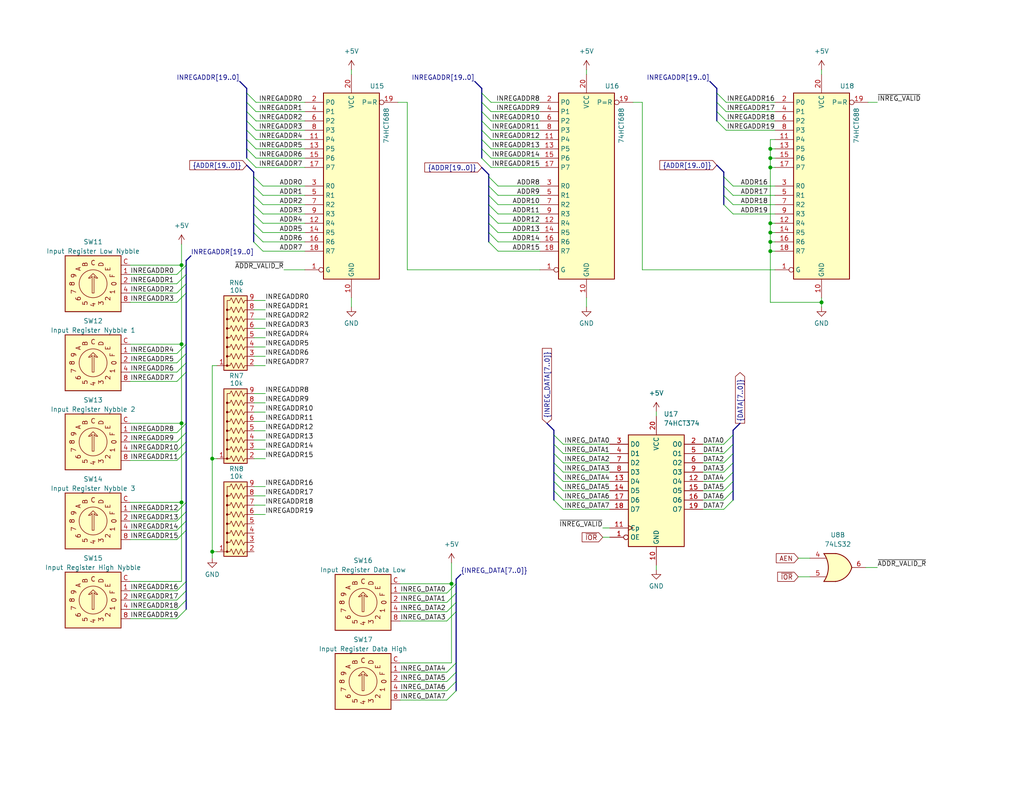
<source format=kicad_sch>
(kicad_sch (version 20211123) (generator eeschema)
  (paper "USLetter")
  (title_block (title "Input Register") (date "2022-04-21") (rev "001"))
  (lib_symbols
    (symbol "74xx:74HCT374"
      (property "Reference" "U" (at -7.62 16.51 0))
      (property "Value" "74HCT374" (at -7.62 -16.51 0))
      (symbol "74HCT374_1_0"
        (pin input inverted (at -12.7 -12.7 0) (length 5.08) (name "OE") (number "1"))
        (pin power_in line (at 0 -20.32 90) (length 5.08) (name "GND") (number "10"))
        (pin input clock (at -12.7 -10.16 0) (length 5.08) (name "Cp") (number "11"))
        (pin tri_state line (at 12.7 2.54 180) (length 5.08) (name "O4") (number "12"))
        (pin input line (at -12.7 2.54 0) (length 5.08) (name "D4") (number "13"))
        (pin input line (at -12.7 0 0) (length 5.08) (name "D5") (number "14"))
        (pin tri_state line (at 12.7 0 180) (length 5.08) (name "O5") (number "15"))
        (pin tri_state line (at 12.7 -2.54 180) (length 5.08) (name "O6") (number "16"))
        (pin input line (at -12.7 -2.54 0) (length 5.08) (name "D6") (number "17"))
        (pin input line (at -12.7 -5.08 0) (length 5.08) (name "D7") (number "18"))
        (pin tri_state line (at 12.7 -5.08 180) (length 5.08) (name "O7") (number "19"))
        (pin tri_state line (at 12.7 12.7 180) (length 5.08) (name "O0") (number "2"))
        (pin power_in line (at 0 20.32 270) (length 5.08) (name "VCC") (number "20"))
        (pin input line (at -12.7 12.7 0) (length 5.08) (name "D0") (number "3"))
        (pin input line (at -12.7 10.16 0) (length 5.08) (name "D1") (number "4"))
        (pin tri_state line (at 12.7 10.16 180) (length 5.08) (name "O1") (number "5"))
        (pin tri_state line (at 12.7 7.62 180) (length 5.08) (name "O2") (number "6"))
        (pin input line (at -12.7 7.62 0) (length 5.08) (name "D2") (number "7"))
        (pin input line (at -12.7 5.08 0) (length 5.08) (name "D3") (number "8"))
        (pin tri_state line (at 12.7 5.08 180) (length 5.08) (name "O3") (number "9"))
      )
      (symbol "74HCT374_1_1"
        (rectangle (start -7.62 15.24) (end 7.62 -15.24) (stroke (width 0.254)) (fill (type background)))
      )
    )
    (symbol "74xx:74HCT688"
      (property "Reference" "U" (at -7.62 26.67 0))
      (property "Value" "74HCT688" (at -7.62 -26.67 0))
      (symbol "74HCT688_1_0"
        (pin input inverted (at -12.7 -22.86 0) (length 5.08) (name "G") (number "1"))
        (pin power_in line (at 0 -30.48 90) (length 5.08) (name "GND") (number "10"))
        (pin input line (at -12.7 12.7 0) (length 5.08) (name "P4") (number "11"))
        (pin input line (at -12.7 -10.16 0) (length 5.08) (name "R4") (number "12"))
        (pin input line (at -12.7 10.16 0) (length 5.08) (name "P5") (number "13"))
        (pin input line (at -12.7 -12.7 0) (length 5.08) (name "R5") (number "14"))
        (pin input line (at -12.7 7.62 0) (length 5.08) (name "P6") (number "15"))
        (pin input line (at -12.7 -15.24 0) (length 5.08) (name "R6") (number "16"))
        (pin input line (at -12.7 5.08 0) (length 5.08) (name "P7") (number "17"))
        (pin input line (at -12.7 -17.78 0) (length 5.08) (name "R7") (number "18"))
        (pin output inverted (at 12.7 22.86 180) (length 5.08) (name "P=R") (number "19"))
        (pin input line (at -12.7 22.86 0) (length 5.08) (name "P0") (number "2"))
        (pin power_in line (at 0 30.48 270) (length 5.08) (name "VCC") (number "20"))
        (pin input line (at -12.7 0 0) (length 5.08) (name "R0") (number "3"))
        (pin input line (at -12.7 20.32 0) (length 5.08) (name "P1") (number "4"))
        (pin input line (at -12.7 -2.54 0) (length 5.08) (name "R1") (number "5"))
        (pin input line (at -12.7 17.78 0) (length 5.08) (name "P2") (number "6"))
        (pin input line (at -12.7 -5.08 0) (length 5.08) (name "R2") (number "7"))
        (pin input line (at -12.7 15.24 0) (length 5.08) (name "P3") (number "8"))
        (pin input line (at -12.7 -7.62 0) (length 5.08) (name "R3") (number "9"))
      )
      (symbol "74HCT688_1_1"
        (rectangle (start -7.62 25.4) (end 7.62 -25.4) (stroke (width 0.254)) (fill (type background)))
      )
    )
    (symbol "74xx:74LS32" (pin_names (offset 1.016))
      (property "Reference" "U" (at 0 1.27 0))
      (property "Value" "74LS32" (at 0 -1.27 0))
      (symbol "74LS32_1_1"
        (arc (start -3.81 -3.81) (mid -2.589 0) (end -3.81 3.81) (stroke (width 0.254)))
        (arc (start -0.6096 -3.81) (mid 2.1855 -2.584) (end 3.81 0) (stroke (width 0.254)) (fill (type background)))
        (polyline (pts (xy -3.81 -3.81) (xy -0.635 -3.81)) (stroke (width 0.254)) (fill (type background)))
        (polyline (pts (xy -3.81 3.81) (xy -0.635 3.81)) (stroke (width 0.254)) (fill (type background)))
        (polyline (pts (xy -0.635 3.81) (xy -3.81 3.81) (xy -3.81 3.81) (xy -3.556 3.4036) (xy -3.0226 2.2606) (xy -2.6924 1.0414) (xy -2.6162 -0.254) (xy -2.7686 -1.4986) (xy -3.175 -2.7178) (xy -3.81 -3.81) (xy -3.81 -3.81) (xy -0.635 -3.81)) (stroke (width -25.4)) (fill (type background)))
        (arc (start 3.81 0) (mid 2.1928 2.5925) (end -0.6096 3.81) (stroke (width 0.254)) (fill (type background)))
        (pin input line (at -7.62 2.54 0) (length 4.318) (name "~") (number "1"))
        (pin input line (at -7.62 -2.54 0) (length 4.318) (name "~") (number "2"))
        (pin output line (at 7.62 0 180) (length 3.81) (name "~") (number "3"))
      )
      (symbol "74LS32_1_2"
        (arc (start 0 -3.81) (mid 3.81 0) (end 0 3.81) (stroke (width 0.254)) (fill (type background)))
        (polyline (pts (xy 0 3.81) (xy -3.81 3.81) (xy -3.81 -3.81) (xy 0 -3.81)) (stroke (width 0.254)) (fill (type background)))
        (pin input inverted (at -7.62 2.54 0) (length 3.81) (name "~") (number "1"))
        (pin input inverted (at -7.62 -2.54 0) (length 3.81) (name "~") (number "2"))
        (pin output inverted (at 7.62 0 180) (length 3.81) (name "~") (number "3"))
      )
      (symbol "74LS32_2_1"
        (arc (start -3.81 -3.81) (mid -2.589 0) (end -3.81 3.81) (stroke (width 0.254)))
        (arc (start -0.6096 -3.81) (mid 2.1855 -2.584) (end 3.81 0) (stroke (width 0.254)) (fill (type background)))
        (polyline (pts (xy -3.81 -3.81) (xy -0.635 -3.81)) (stroke (width 0.254)) (fill (type background)))
        (polyline (pts (xy -3.81 3.81) (xy -0.635 3.81)) (stroke (width 0.254)) (fill (type background)))
        (polyline (pts (xy -0.635 3.81) (xy -3.81 3.81) (xy -3.81 3.81) (xy -3.556 3.4036) (xy -3.0226 2.2606) (xy -2.6924 1.0414) (xy -2.6162 -0.254) (xy -2.7686 -1.4986) (xy -3.175 -2.7178) (xy -3.81 -3.81) (xy -3.81 -3.81) (xy -0.635 -3.81)) (stroke (width -25.4)) (fill (type background)))
        (arc (start 3.81 0) (mid 2.1928 2.5925) (end -0.6096 3.81) (stroke (width 0.254)) (fill (type background)))
        (pin input line (at -7.62 2.54 0) (length 4.318) (name "~") (number "4"))
        (pin input line (at -7.62 -2.54 0) (length 4.318) (name "~") (number "5"))
        (pin output line (at 7.62 0 180) (length 3.81) (name "~") (number "6"))
      )
      (symbol "74LS32_2_2"
        (arc (start 0 -3.81) (mid 3.81 0) (end 0 3.81) (stroke (width 0.254)) (fill (type background)))
        (polyline (pts (xy 0 3.81) (xy -3.81 3.81) (xy -3.81 -3.81) (xy 0 -3.81)) (stroke (width 0.254)) (fill (type background)))
        (pin input inverted (at -7.62 2.54 0) (length 3.81) (name "~") (number "4"))
        (pin input inverted (at -7.62 -2.54 0) (length 3.81) (name "~") (number "5"))
        (pin output inverted (at 7.62 0 180) (length 3.81) (name "~") (number "6"))
      )
      (symbol "74LS32_3_1"
        (arc (start -3.81 -3.81) (mid -2.589 0) (end -3.81 3.81) (stroke (width 0.254)))
        (arc (start -0.6096 -3.81) (mid 2.1855 -2.584) (end 3.81 0) (stroke (width 0.254)) (fill (type background)))
        (polyline (pts (xy -3.81 -3.81) (xy -0.635 -3.81)) (stroke (width 0.254)) (fill (type background)))
        (polyline (pts (xy -3.81 3.81) (xy -0.635 3.81)) (stroke (width 0.254)) (fill (type background)))
        (polyline (pts (xy -0.635 3.81) (xy -3.81 3.81) (xy -3.81 3.81) (xy -3.556 3.4036) (xy -3.0226 2.2606) (xy -2.6924 1.0414) (xy -2.6162 -0.254) (xy -2.7686 -1.4986) (xy -3.175 -2.7178) (xy -3.81 -3.81) (xy -3.81 -3.81) (xy -0.635 -3.81)) (stroke (width -25.4)) (fill (type background)))
        (arc (start 3.81 0) (mid 2.1928 2.5925) (end -0.6096 3.81) (stroke (width 0.254)) (fill (type background)))
        (pin input line (at -7.62 -2.54 0) (length 4.318) (name "~") (number "10"))
        (pin output line (at 7.62 0 180) (length 3.81) (name "~") (number "8"))
        (pin input line (at -7.62 2.54 0) (length 4.318) (name "~") (number "9"))
      )
      (symbol "74LS32_3_2"
        (arc (start 0 -3.81) (mid 3.81 0) (end 0 3.81) (stroke (width 0.254)) (fill (type background)))
        (polyline (pts (xy 0 3.81) (xy -3.81 3.81) (xy -3.81 -3.81) (xy 0 -3.81)) (stroke (width 0.254)) (fill (type background)))
        (pin input inverted (at -7.62 -2.54 0) (length 3.81) (name "~") (number "10"))
        (pin output inverted (at 7.62 0 180) (length 3.81) (name "~") (number "8"))
        (pin input inverted (at -7.62 2.54 0) (length 3.81) (name "~") (number "9"))
      )
      (symbol "74LS32_4_1"
        (arc (start -3.81 -3.81) (mid -2.589 0) (end -3.81 3.81) (stroke (width 0.254)))
        (arc (start -0.6096 -3.81) (mid 2.1855 -2.584) (end 3.81 0) (stroke (width 0.254)) (fill (type background)))
        (polyline (pts (xy -3.81 -3.81) (xy -0.635 -3.81)) (stroke (width 0.254)) (fill (type background)))
        (polyline (pts (xy -3.81 3.81) (xy -0.635 3.81)) (stroke (width 0.254)) (fill (type background)))
        (polyline (pts (xy -0.635 3.81) (xy -3.81 3.81) (xy -3.81 3.81) (xy -3.556 3.4036) (xy -3.0226 2.2606) (xy -2.6924 1.0414) (xy -2.6162 -0.254) (xy -2.7686 -1.4986) (xy -3.175 -2.7178) (xy -3.81 -3.81) (xy -3.81 -3.81) (xy -0.635 -3.81)) (stroke (width -25.4)) (fill (type background)))
        (arc (start 3.81 0) (mid 2.1928 2.5925) (end -0.6096 3.81) (stroke (width 0.254)) (fill (type background)))
        (pin output line (at 7.62 0 180) (length 3.81) (name "~") (number "11"))
        (pin input line (at -7.62 2.54 0) (length 4.318) (name "~") (number "12"))
        (pin input line (at -7.62 -2.54 0) (length 4.318) (name "~") (number "13"))
      )
      (symbol "74LS32_4_2"
        (arc (start 0 -3.81) (mid 3.81 0) (end 0 3.81) (stroke (width 0.254)) (fill (type background)))
        (polyline (pts (xy 0 3.81) (xy -3.81 3.81) (xy -3.81 -3.81) (xy 0 -3.81)) (stroke (width 0.254)) (fill (type background)))
        (pin output inverted (at 7.62 0 180) (length 3.81) (name "~") (number "11"))
        (pin input inverted (at -7.62 2.54 0) (length 3.81) (name "~") (number "12"))
        (pin input inverted (at -7.62 -2.54 0) (length 3.81) (name "~") (number "13"))
      )
      (symbol "74LS32_5_0"
        (pin power_in line (at 0 12.7 270) (length 5.08) (name "VCC") (number "14"))
        (pin power_in line (at 0 -12.7 90) (length 5.08) (name "GND") (number "7"))
      )
      (symbol "74LS32_5_1"
        (rectangle (start -5.08 7.62) (end 5.08 -7.62) (stroke (width 0.254)) (fill (type background)))
      )
    )
    (symbol "Device:R_Network08_US" (pin_names (offset 0) hide)
      (property "Reference" "RN" (at -12.7 0 90))
      (property "Value" "R_Network08_US" (at 10.16 0 90))
      (symbol "R_Network08_US_0_1"
        (rectangle (start -11.43 -3.175) (end 8.89 3.175) (stroke (width 0.254)) (fill (type background)))
        (circle (center -10.16 2.286) (radius 0.254) (fill (type outline)))
        (circle (center -7.62 2.286) (radius 0.254) (fill (type outline)))
        (circle (center -5.08 2.286) (radius 0.254) (fill (type outline)))
        (circle (center -2.54 2.286) (radius 0.254) (fill (type outline)))
        (polyline (pts (xy -10.16 2.286) (xy 7.62 2.286)))
        (polyline (pts (xy -10.16 2.286) (xy -10.16 1.524) (xy -9.398 1.1684) (xy -10.922 0.508) (xy -9.398 -0.1524) (xy -10.922 -0.8382) (xy -9.398 -1.524) (xy -10.922 -2.1844) (xy -10.16 -2.54) (xy -10.16 -3.81)))
        (polyline (pts (xy -7.62 2.286) (xy -7.62 1.524) (xy -6.858 1.1684) (xy -8.382 0.508) (xy -6.858 -0.1524) (xy -8.382 -0.8382) (xy -6.858 -1.524) (xy -8.382 -2.1844) (xy -7.62 -2.54) (xy -7.62 -3.81)))
        (polyline (pts (xy -5.08 2.286) (xy -5.08 1.524) (xy -4.318 1.1684) (xy -5.842 0.508) (xy -4.318 -0.1524) (xy -5.842 -0.8382) (xy -4.318 -1.524) (xy -5.842 -2.1844) (xy -5.08 -2.54) (xy -5.08 -3.81)))
        (polyline (pts (xy -2.54 2.286) (xy -2.54 1.524) (xy -1.778 1.1684) (xy -3.302 0.508) (xy -1.778 -0.1524) (xy -3.302 -0.8382) (xy -1.778 -1.524) (xy -3.302 -2.1844) (xy -2.54 -2.54) (xy -2.54 -3.81)))
        (polyline (pts (xy 0 2.286) (xy 0 1.524) (xy 0.762 1.1684) (xy -0.762 0.508) (xy 0.762 -0.1524) (xy -0.762 -0.8382) (xy 0.762 -1.524) (xy -0.762 -2.1844) (xy 0 -2.54) (xy 0 -3.81)))
        (polyline (pts (xy 2.54 2.286) (xy 2.54 1.524) (xy 3.302 1.1684) (xy 1.778 0.508) (xy 3.302 -0.1524) (xy 1.778 -0.8382) (xy 3.302 -1.524) (xy 1.778 -2.1844) (xy 2.54 -2.54) (xy 2.54 -3.81)))
        (polyline (pts (xy 5.08 2.286) (xy 5.08 1.524) (xy 5.842 1.1684) (xy 4.318 0.508) (xy 5.842 -0.1524) (xy 4.318 -0.8382) (xy 5.842 -1.524) (xy 4.318 -2.1844) (xy 5.08 -2.54) (xy 5.08 -3.81)))
        (polyline (pts (xy 7.62 2.286) (xy 7.62 1.524) (xy 8.382 1.1684) (xy 6.858 0.508) (xy 8.382 -0.1524) (xy 6.858 -0.8382) (xy 8.382 -1.524) (xy 6.858 -2.1844) (xy 7.62 -2.54) (xy 7.62 -3.81)))
        (circle (center 0 2.286) (radius 0.254) (fill (type outline)))
        (circle (center 2.54 2.286) (radius 0.254) (fill (type outline)))
        (circle (center 5.08 2.286) (radius 0.254) (fill (type outline)))
      )
      (symbol "R_Network08_US_1_1"
        (pin passive line (at -10.16 5.08 270) (length 2.54) (name "common") (number "1"))
        (pin passive line (at -10.16 -5.08 90) (length 1.27) (name "R1") (number "2"))
        (pin passive line (at -7.62 -5.08 90) (length 1.27) (name "R2") (number "3"))
        (pin passive line (at -5.08 -5.08 90) (length 1.27) (name "R3") (number "4"))
        (pin passive line (at -2.54 -5.08 90) (length 1.27) (name "R4") (number "5"))
        (pin passive line (at 0 -5.08 90) (length 1.27) (name "R5") (number "6"))
        (pin passive line (at 2.54 -5.08 90) (length 1.27) (name "R6") (number "7"))
        (pin passive line (at 5.08 -5.08 90) (length 1.27) (name "R7") (number "8"))
        (pin passive line (at 7.62 -5.08 90) (length 1.27) (name "R8") (number "9"))
      )
    )
    (symbol "Switch:SW_Coded_SH-7050" (pin_names hide)
      (property "Reference" "SW" (at -7.62 8.89 0))
      (property "Value" "SW_Coded_SH-7050" (at -7.62 -8.89 0))
      (symbol "SW_Coded_SH-7050_0_0"
        (text "0" (at 5.715 0 2700) (effects (font (size 1.27 1.27))))
        (text "1" (at 5.2832 -2.1844 2475) (effects (font (size 1.27 1.27))))
        (text "2" (at 4.0386 -4.0386 2250) (effects (font (size 1.27 1.27))))
        (text "3" (at 2.1844 -5.2832 2025) (effects (font (size 1.27 1.27))))
        (text "4" (at 0 -5.715 1800) (effects (font (size 1.27 1.27))))
        (text "5" (at -2.1844 -5.2832 1575) (effects (font (size 1.27 1.27))))
        (text "6" (at -4.0386 -4.0386 1350) (effects (font (size 1.27 1.27))))
        (text "7" (at -5.2832 -2.1844 1125) (effects (font (size 1.27 1.27))))
        (text "8" (at -5.715 0 900) (effects (font (size 1.27 1.27))))
        (text "9" (at -5.2832 2.1844 675) (effects (font (size 1.27 1.27))))
        (text "A" (at -4.0386 4.0386 450) (effects (font (size 1.27 1.27))))
        (text "B" (at -2.1844 5.2832 225) (effects (font (size 1.27 1.27))))
        (text "C" (at 0 5.715 0) (effects (font (size 1.27 1.27))))
        (text "D" (at 2.1844 5.2832 3375) (effects (font (size 1.27 1.27))))
        (text "E" (at 4.0386 4.0386 3150) (effects (font (size 1.27 1.27))))
        (text "F" (at 5.2832 2.1844 2925) (effects (font (size 1.27 1.27))))
      )
      (symbol "SW_Coded_SH-7050_0_1"
        (polyline (pts (xy -0.254 -2.54) (xy -0.254 2.032) (xy -0.762 1.524) (xy -1.27 1.524) (xy 0 2.794) (xy 1.27 1.524) (xy 0.762 1.524) (xy 0.254 2.032) (xy 0.254 -2.54) (xy -0.254 -2.54) (xy -0.254 -2.54)))
        (circle (center 0 0) (radius 3.81))
        (rectangle (start 7.62 7.62) (end -7.62 -7.62) (stroke (width 0.254)) (fill (type background)))
      )
      (symbol "SW_Coded_SH-7050_1_1"
        (pin passive line (at 10.16 2.54 180) (length 2.54) (name "1") (number "1"))
        (pin passive line (at 10.16 0 180) (length 2.54) (name "2") (number "2"))
        (pin passive line (at 10.16 -2.54 180) (length 2.54) (name "4") (number "4"))
        (pin passive line (at 10.16 -5.08 180) (length 2.54) (name "8") (number "8"))
        (pin passive line (at 10.16 5.08 180) (length 2.54) (name "C") (number "C"))
      )
    )
    (symbol "power:+5V" (power) (pin_names (offset 0))
      (property "Value" "+5V" (at 0 3.556 0))
      (symbol "+5V_0_1"
        (polyline (pts (xy -0.762 1.27) (xy 0 2.54)))
        (polyline (pts (xy 0 0) (xy 0 2.54)))
        (polyline (pts (xy 0 2.54) (xy 0.762 1.27)))
      )
      (symbol "+5V_1_1"
        (pin power_in line (at 0 0 90) (length 0) hide (name "+5V") (number "1"))
      )
    )
    (symbol "power:GND" (power) (pin_names (offset 0))
      (property "Value" "GND" (at 0 -3.81 0))
      (symbol "GND_0_1"
        (polyline (pts (xy 0 0) (xy 0 -1.27) (xy 1.27 -1.27) (xy 0 -2.54) (xy -1.27 -1.27) (xy 0 -1.27)))
      )
      (symbol "GND_1_1"
        (pin power_in line (at 0 0 270) (length 0) hide (name "GND") (number "1"))
      )
    )
  )
  (junction (at 123.19 159.385))
  (junction (at 49.53 115.57))
  (junction (at 49.53 137.16))
  (junction (at 210.185 43.18))
  (junction (at 210.185 68.58))
  (junction (at 49.53 72.39))
  (junction (at 224.155 82.55))
  (junction (at 57.912 150.622))
  (junction (at 210.185 40.64))
  (junction (at 210.185 63.5))
  (junction (at 210.185 45.72))
  (junction (at 57.912 125.222))
  (junction (at 49.53 93.98))
  (junction (at 210.185 66.04))
  (junction (at 210.185 60.96))
  (bus_entry (at 133.35 63.5) (size 2.54 2.54))
  (bus_entry (at 197.485 48.26) (size 2.54 2.54))
  (bus_entry (at 197.485 53.34) (size 2.54 2.54))
  (bus_entry (at 48.26 74.93) (size 2.54 -2.54))
  (bus_entry (at 67.31 30.48) (size 2.54 2.54))
  (bus_entry (at 151.13 123.825) (size 2.54 2.54))
  (bus_entry (at 197.485 55.88) (size 2.54 2.54))
  (bus_entry (at 69.215 63.5) (size 2.54 2.54))
  (bus_entry (at 121.92 188.595) (size 2.54 -2.54))
  (bus_entry (at 48.26 144.78) (size 2.54 -2.54))
  (bus_entry (at 197.485 50.8) (size 2.54 2.54))
  (bus_entry (at 69.215 48.26) (size 2.54 2.54))
  (bus_entry (at 121.92 191.135) (size 2.54 -2.54))
  (bus_entry (at 151.13 126.365) (size 2.54 2.54))
  (bus_entry (at 48.26 161.29) (size 2.54 -2.54))
  (bus_entry (at 48.26 80.01) (size 2.54 -2.54))
  (bus_entry (at 48.26 104.14) (size 2.54 -2.54))
  (bus_entry (at 151.13 121.285) (size 2.54 2.54))
  (bus_entry (at 48.26 163.83) (size 2.54 -2.54))
  (bus_entry (at 133.35 48.26) (size 2.54 2.54))
  (bus_entry (at 151.13 131.445) (size 2.54 2.54))
  (bus_entry (at 48.26 125.73) (size 2.54 -2.54))
  (bus_entry (at 131.445 40.64) (size 2.54 2.54))
  (bus_entry (at 67.31 38.1) (size 2.54 2.54))
  (bus_entry (at 133.35 55.88) (size 2.54 2.54))
  (bus_entry (at 69.215 53.34) (size 2.54 2.54))
  (bus_entry (at 151.13 136.525) (size 2.54 2.54))
  (bus_entry (at 48.26 166.37) (size 2.54 -2.54))
  (bus_entry (at 133.35 53.34) (size 2.54 2.54))
  (bus_entry (at 48.26 96.52) (size 2.54 -2.54))
  (bus_entry (at 48.26 101.6) (size 2.54 -2.54))
  (bus_entry (at 200.025 133.985) (size -2.54 2.54))
  (bus_entry (at 151.13 118.745) (size 2.54 2.54))
  (bus_entry (at 151.13 133.985) (size 2.54 2.54))
  (bus_entry (at 131.445 43.18) (size 2.54 2.54))
  (bus_entry (at 200.025 131.445) (size -2.54 2.54))
  (bus_entry (at 131.445 35.56) (size 2.54 2.54))
  (bus_entry (at 200.025 128.905) (size -2.54 2.54))
  (bus_entry (at 48.26 82.55) (size 2.54 -2.54))
  (bus_entry (at 121.92 186.055) (size 2.54 -2.54))
  (bus_entry (at 121.92 169.545) (size 2.54 -2.54))
  (bus_entry (at 48.26 147.32) (size 2.54 -2.54))
  (bus_entry (at 69.215 60.96) (size 2.54 2.54))
  (bus_entry (at 121.92 167.005) (size 2.54 -2.54))
  (bus_entry (at 151.13 128.905) (size 2.54 2.54))
  (bus_entry (at 48.26 77.47) (size 2.54 -2.54))
  (bus_entry (at 48.26 118.11) (size 2.54 -2.54))
  (bus_entry (at 200.025 121.285) (size -2.54 2.54))
  (bus_entry (at 131.445 30.48) (size 2.54 2.54))
  (bus_entry (at 195.58 27.94) (size 2.54 2.54))
  (bus_entry (at 131.445 27.94) (size 2.54 2.54))
  (bus_entry (at 48.26 168.91) (size 2.54 -2.54))
  (bus_entry (at 69.215 66.04) (size 2.54 2.54))
  (bus_entry (at 200.025 123.825) (size -2.54 2.54))
  (bus_entry (at 131.445 25.4) (size 2.54 2.54))
  (bus_entry (at 67.31 33.02) (size 2.54 2.54))
  (bus_entry (at 121.92 164.465) (size 2.54 -2.54))
  (bus_entry (at 67.31 35.56) (size 2.54 2.54))
  (bus_entry (at 133.35 50.8) (size 2.54 2.54))
  (bus_entry (at 195.58 25.4) (size 2.54 2.54))
  (bus_entry (at 69.215 55.88) (size 2.54 2.54))
  (bus_entry (at 200.025 126.365) (size -2.54 2.54))
  (bus_entry (at 121.92 183.515) (size 2.54 -2.54))
  (bus_entry (at 67.31 25.4) (size 2.54 2.54))
  (bus_entry (at 48.26 142.24) (size 2.54 -2.54))
  (bus_entry (at 67.31 40.64) (size 2.54 2.54))
  (bus_entry (at 48.26 120.65) (size 2.54 -2.54))
  (bus_entry (at 67.31 43.18) (size 2.54 2.54))
  (bus_entry (at 195.58 30.48) (size 2.54 2.54))
  (bus_entry (at 133.35 58.42) (size 2.54 2.54))
  (bus_entry (at 200.025 118.745) (size -2.54 2.54))
  (bus_entry (at 48.26 123.19) (size 2.54 -2.54))
  (bus_entry (at 48.26 139.7) (size 2.54 -2.54))
  (bus_entry (at 133.35 66.04) (size 2.54 2.54))
  (bus_entry (at 69.215 58.42) (size 2.54 2.54))
  (bus_entry (at 121.92 161.925) (size 2.54 -2.54))
  (bus_entry (at 69.215 50.8) (size 2.54 2.54))
  (bus_entry (at 67.31 27.94) (size 2.54 2.54))
  (bus_entry (at 48.26 99.06) (size 2.54 -2.54))
  (bus_entry (at 200.025 136.525) (size -2.54 2.54))
  (bus_entry (at 131.445 38.1) (size 2.54 2.54))
  (bus_entry (at 133.35 60.96) (size 2.54 2.54))
  (bus_entry (at 131.445 33.02) (size 2.54 2.54))
  (bus_entry (at 195.58 33.02) (size 2.54 2.54))
  (wire (pts (xy 121.92 161.925) (xy 109.22 161.925)))
  (bus (pts (xy 151.13 136.525) (xy 151.13 133.985)))
  (wire (pts (xy 191.77 136.525) (xy 197.485 136.525)))
  (wire (pts (xy 153.67 121.285) (xy 166.37 121.285)))
  (wire (pts (xy 210.185 66.04) (xy 210.185 63.5)))
  (bus (pts (xy 131.445 30.48) (xy 131.445 27.94)))
  (wire (pts (xy 35.56 104.14) (xy 48.26 104.14)))
  (bus (pts (xy 50.8 118.11) (xy 50.8 115.57)))
  (bus (pts (xy 200.025 121.285) (xy 200.025 118.745)))
  (wire (pts (xy 95.885 83.82) (xy 95.885 81.28)))
  (wire (pts (xy 236.22 154.94) (xy 239.395 154.94)))
  (wire (pts (xy 35.56 72.39) (xy 49.53 72.39)))
  (bus (pts (xy 124.46 180.975) (xy 124.46 167.005)))
  (bus (pts (xy 124.46 186.055) (xy 124.46 183.515)))
  (bus (pts (xy 133.35 47.625) (xy 131.445 45.72)))
  (wire (pts (xy 69.85 35.56) (xy 83.185 35.56)))
  (bus (pts (xy 201.93 115.57) (xy 200.025 117.475)))
  (wire (pts (xy 71.755 63.5) (xy 83.185 63.5)))
  (wire (pts (xy 164.465 144.145) (xy 166.37 144.145)))
  (wire (pts (xy 69.342 135.382) (xy 72.39 135.382)))
  (bus (pts (xy 197.485 53.34) (xy 197.485 50.8)))
  (wire (pts (xy 95.885 20.32) (xy 95.885 19.05)))
  (wire (pts (xy 35.56 123.19) (xy 48.26 123.19)))
  (wire (pts (xy 210.185 63.5) (xy 210.185 60.96)))
  (wire (pts (xy 153.67 133.985) (xy 166.37 133.985)))
  (bus (pts (xy 50.8 142.24) (xy 50.8 139.7)))
  (bus (pts (xy 200.025 126.365) (xy 200.025 123.825)))
  (wire (pts (xy 135.89 50.8) (xy 147.32 50.8)))
  (wire (pts (xy 48.26 80.01) (xy 35.56 80.01)))
  (wire (pts (xy 224.155 20.32) (xy 224.155 19.05)))
  (wire (pts (xy 69.342 109.982) (xy 72.39 109.982)))
  (wire (pts (xy 35.56 115.57) (xy 49.53 115.57)))
  (wire (pts (xy 71.755 55.88) (xy 83.185 55.88)))
  (wire (pts (xy 197.485 133.985) (xy 191.77 133.985)))
  (bus (pts (xy 69.215 58.42) (xy 69.215 55.88)))
  (bus (pts (xy 67.31 35.56) (xy 67.31 33.02)))
  (wire (pts (xy 109.22 164.465) (xy 121.92 164.465)))
  (bus (pts (xy 195.58 30.48) (xy 195.58 27.94)))
  (wire (pts (xy 210.185 60.96) (xy 211.455 60.96)))
  (wire (pts (xy 69.85 30.48) (xy 83.185 30.48)))
  (bus (pts (xy 133.35 48.26) (xy 133.35 47.625)))
  (wire (pts (xy 57.912 150.622) (xy 57.912 152.4)))
  (bus (pts (xy 200.025 128.905) (xy 200.025 126.365)))
  (wire (pts (xy 69.342 94.742) (xy 72.39 94.742)))
  (wire (pts (xy 48.26 101.6) (xy 35.56 101.6)))
  (wire (pts (xy 69.342 97.282) (xy 72.39 97.282)))
  (bus (pts (xy 131.445 38.1) (xy 131.445 35.56)))
  (wire (pts (xy 69.342 84.582) (xy 72.39 84.582)))
  (wire (pts (xy 35.56 118.11) (xy 48.26 118.11)))
  (wire (pts (xy 197.485 128.905) (xy 191.77 128.905)))
  (bus (pts (xy 69.215 50.8) (xy 69.215 48.26)))
  (wire (pts (xy 217.805 157.48) (xy 220.98 157.48)))
  (wire (pts (xy 48.26 74.93) (xy 35.56 74.93)))
  (wire (pts (xy 69.342 89.662) (xy 72.39 89.662)))
  (wire (pts (xy 135.89 63.5) (xy 147.32 63.5)))
  (bus (pts (xy 193.675 22.225) (xy 195.58 24.13)))
  (wire (pts (xy 35.56 142.24) (xy 48.26 142.24)))
  (wire (pts (xy 69.342 107.442) (xy 72.39 107.442)))
  (wire (pts (xy 175.26 73.66) (xy 211.455 73.66)))
  (wire (pts (xy 198.12 27.94) (xy 211.455 27.94)))
  (wire (pts (xy 153.67 126.365) (xy 166.37 126.365)))
  (wire (pts (xy 109.22 191.135) (xy 121.92 191.135)))
  (bus (pts (xy 69.215 55.88) (xy 69.215 53.34)))
  (wire (pts (xy 197.485 126.365) (xy 191.77 126.365)))
  (wire (pts (xy 133.985 35.56) (xy 147.32 35.56)))
  (wire (pts (xy 210.185 45.72) (xy 210.185 60.96)))
  (wire (pts (xy 123.19 159.385) (xy 123.19 180.975)))
  (bus (pts (xy 69.215 63.5) (xy 69.215 60.96)))
  (bus (pts (xy 129.54 22.225) (xy 131.445 24.13)))
  (wire (pts (xy 200.025 50.8) (xy 211.455 50.8)))
  (wire (pts (xy 71.755 53.34) (xy 83.185 53.34)))
  (wire (pts (xy 71.755 60.96) (xy 83.185 60.96)))
  (wire (pts (xy 211.455 43.18) (xy 210.185 43.18)))
  (bus (pts (xy 67.31 33.02) (xy 67.31 30.48)))
  (wire (pts (xy 69.85 38.1) (xy 83.185 38.1)))
  (wire (pts (xy 179.07 113.665) (xy 179.07 112.395)))
  (bus (pts (xy 50.8 77.47) (xy 50.8 74.93)))
  (wire (pts (xy 48.26 144.78) (xy 35.56 144.78)))
  (wire (pts (xy 200.025 58.42) (xy 211.455 58.42)))
  (wire (pts (xy 153.67 123.825) (xy 166.37 123.825)))
  (bus (pts (xy 124.46 183.515) (xy 124.46 180.975)))
  (bus (pts (xy 50.8 158.75) (xy 50.8 144.78)))
  (bus (pts (xy 50.8 99.06) (xy 50.8 96.52)))
  (bus (pts (xy 151.13 131.445) (xy 151.13 128.905)))
  (wire (pts (xy 153.67 131.445) (xy 166.37 131.445)))
  (wire (pts (xy 133.985 30.48) (xy 147.32 30.48)))
  (wire (pts (xy 191.77 139.065) (xy 197.485 139.065)))
  (wire (pts (xy 211.455 66.04) (xy 210.185 66.04)))
  (wire (pts (xy 172.72 27.94) (xy 175.26 27.94)))
  (bus (pts (xy 67.31 27.94) (xy 67.31 25.4)))
  (wire (pts (xy 111.125 73.66) (xy 147.32 73.66)))
  (bus (pts (xy 50.8 139.7) (xy 50.8 137.16)))
  (bus (pts (xy 124.46 159.385) (xy 124.46 158.115)))
  (wire (pts (xy 210.185 68.58) (xy 210.185 66.04)))
  (bus (pts (xy 69.215 53.34) (xy 69.215 50.8)))
  (wire (pts (xy 48.26 168.91) (xy 35.56 168.91)))
  (wire (pts (xy 69.342 120.142) (xy 72.39 120.142)))
  (bus (pts (xy 195.58 25.4) (xy 195.58 24.13)))
  (bus (pts (xy 65.405 22.225) (xy 67.31 24.13)))
  (wire (pts (xy 236.855 27.94) (xy 239.395 27.94)))
  (bus (pts (xy 151.13 118.745) (xy 151.13 117.475)))
  (bus (pts (xy 151.13 126.365) (xy 151.13 123.825)))
  (wire (pts (xy 123.19 153.67) (xy 123.19 159.385)))
  (wire (pts (xy 69.342 87.122) (xy 72.39 87.122)))
  (wire (pts (xy 49.53 93.98) (xy 49.53 115.57)))
  (bus (pts (xy 197.485 50.8) (xy 197.485 48.26)))
  (bus (pts (xy 50.8 166.37) (xy 50.8 163.83)))
  (bus (pts (xy 50.8 120.65) (xy 50.8 118.11)))
  (bus (pts (xy 67.31 45.085) (xy 69.215 46.99)))
  (wire (pts (xy 48.26 163.83) (xy 35.56 163.83)))
  (wire (pts (xy 69.342 115.062) (xy 72.39 115.062)))
  (bus (pts (xy 124.46 164.465) (xy 124.46 161.925)))
  (wire (pts (xy 175.26 27.94) (xy 175.26 73.66)))
  (bus (pts (xy 67.31 40.64) (xy 67.31 38.1)))
  (wire (pts (xy 147.32 66.04) (xy 135.89 66.04)))
  (wire (pts (xy 69.342 117.602) (xy 72.39 117.602)))
  (bus (pts (xy 50.8 93.98) (xy 50.8 80.01)))
  (bus (pts (xy 50.8 71.12) (xy 52.07 69.85)))
  (bus (pts (xy 131.445 40.64) (xy 131.445 38.1)))
  (bus (pts (xy 67.31 30.48) (xy 67.31 27.94)))
  (wire (pts (xy 197.485 131.445) (xy 191.77 131.445)))
  (wire (pts (xy 160.02 20.32) (xy 160.02 19.05)))
  (wire (pts (xy 133.985 40.64) (xy 147.32 40.64)))
  (wire (pts (xy 210.185 43.18) (xy 210.185 45.72)))
  (wire (pts (xy 49.53 115.57) (xy 49.53 137.16)))
  (bus (pts (xy 50.8 74.93) (xy 50.8 72.39)))
  (bus (pts (xy 50.8 101.6) (xy 50.8 99.06)))
  (bus (pts (xy 67.31 25.4) (xy 67.31 24.13)))
  (bus (pts (xy 195.58 27.94) (xy 195.58 25.4)))
  (bus (pts (xy 133.35 50.8) (xy 133.35 48.26)))
  (wire (pts (xy 197.485 121.285) (xy 191.77 121.285)))
  (bus (pts (xy 50.8 115.57) (xy 50.8 101.6)))
  (bus (pts (xy 50.8 123.19) (xy 50.8 120.65)))
  (wire (pts (xy 217.805 152.4) (xy 220.98 152.4)))
  (wire (pts (xy 198.12 33.02) (xy 211.455 33.02)))
  (bus (pts (xy 131.445 35.56) (xy 131.445 33.02)))
  (wire (pts (xy 210.185 82.55) (xy 224.155 82.55)))
  (bus (pts (xy 133.35 53.34) (xy 133.35 50.8)))
  (bus (pts (xy 149.225 115.57) (xy 151.13 117.475)))
  (wire (pts (xy 211.455 68.58) (xy 210.185 68.58)))
  (bus (pts (xy 133.35 66.04) (xy 133.35 63.5)))
  (wire (pts (xy 198.12 30.48) (xy 211.455 30.48)))
  (wire (pts (xy 57.912 125.222) (xy 57.912 150.622)))
  (bus (pts (xy 200.025 133.985) (xy 200.025 131.445)))
  (wire (pts (xy 135.89 53.34) (xy 147.32 53.34)))
  (bus (pts (xy 200.025 123.825) (xy 200.025 121.285)))
  (wire (pts (xy 83.185 43.18) (xy 69.85 43.18)))
  (wire (pts (xy 49.53 72.39) (xy 49.53 93.98)))
  (bus (pts (xy 50.8 72.39) (xy 50.8 71.12)))
  (wire (pts (xy 133.985 27.94) (xy 147.32 27.94)))
  (bus (pts (xy 124.46 158.115) (xy 125.73 156.845)))
  (bus (pts (xy 200.025 136.525) (xy 200.025 133.985)))
  (wire (pts (xy 133.985 38.1) (xy 147.32 38.1)))
  (wire (pts (xy 109.22 159.385) (xy 123.19 159.385)))
  (wire (pts (xy 179.07 154.305) (xy 179.07 155.575)))
  (wire (pts (xy 69.342 99.822) (xy 72.39 99.822)))
  (wire (pts (xy 49.53 66.675) (xy 49.53 72.39)))
  (wire (pts (xy 200.025 55.88) (xy 211.455 55.88)))
  (bus (pts (xy 131.445 25.4) (xy 131.445 24.13)))
  (wire (pts (xy 48.26 139.7) (xy 35.56 139.7)))
  (wire (pts (xy 210.185 38.1) (xy 210.185 40.64)))
  (bus (pts (xy 131.445 43.18) (xy 131.445 40.64)))
  (bus (pts (xy 200.025 131.445) (xy 200.025 128.905)))
  (wire (pts (xy 35.56 161.29) (xy 48.26 161.29)))
  (wire (pts (xy 147.32 68.58) (xy 135.89 68.58)))
  (bus (pts (xy 50.8 96.52) (xy 50.8 93.98)))
  (wire (pts (xy 211.455 40.64) (xy 210.185 40.64)))
  (wire (pts (xy 210.185 40.64) (xy 210.185 43.18)))
  (bus (pts (xy 195.58 33.02) (xy 195.58 30.48)))
  (bus (pts (xy 67.31 43.18) (xy 67.31 40.64)))
  (wire (pts (xy 35.56 158.75) (xy 49.53 158.75)))
  (wire (pts (xy 35.56 99.06) (xy 48.26 99.06)))
  (wire (pts (xy 77.47 73.66) (xy 83.185 73.66)))
  (bus (pts (xy 124.46 167.005) (xy 124.46 164.465)))
  (wire (pts (xy 69.85 40.64) (xy 83.185 40.64)))
  (bus (pts (xy 151.13 123.825) (xy 151.13 121.285)))
  (wire (pts (xy 166.37 139.065) (xy 153.67 139.065)))
  (wire (pts (xy 166.37 136.525) (xy 153.67 136.525)))
  (wire (pts (xy 153.67 128.905) (xy 166.37 128.905)))
  (wire (pts (xy 147.32 43.18) (xy 133.985 43.18)))
  (wire (pts (xy 160.02 83.82) (xy 160.02 81.28)))
  (wire (pts (xy 48.26 96.52) (xy 35.56 96.52)))
  (wire (pts (xy 69.342 125.222) (xy 72.39 125.222)))
  (wire (pts (xy 48.26 120.65) (xy 35.56 120.65)))
  (bus (pts (xy 195.58 45.085) (xy 197.485 46.99)))
  (wire (pts (xy 35.56 82.55) (xy 48.26 82.55)))
  (wire (pts (xy 197.485 123.825) (xy 191.77 123.825)))
  (bus (pts (xy 50.8 144.78) (xy 50.8 142.24)))
  (bus (pts (xy 133.35 63.5) (xy 133.35 60.96)))
  (bus (pts (xy 197.485 55.88) (xy 197.485 53.34)))
  (wire (pts (xy 211.455 45.72) (xy 210.185 45.72)))
  (bus (pts (xy 151.13 121.285) (xy 151.13 118.745)))
  (wire (pts (xy 135.89 60.96) (xy 147.32 60.96)))
  (bus (pts (xy 50.8 80.01) (xy 50.8 77.47)))
  (wire (pts (xy 83.185 68.58) (xy 71.755 68.58)))
  (bus (pts (xy 133.35 55.88) (xy 133.35 53.34)))
  (bus (pts (xy 131.445 27.94) (xy 131.445 25.4)))
  (bus (pts (xy 67.31 38.1) (xy 67.31 35.56)))
  (bus (pts (xy 50.8 137.16) (xy 50.8 123.19)))
  (wire (pts (xy 59.182 125.222) (xy 57.912 125.222)))
  (bus (pts (xy 50.8 163.83) (xy 50.8 161.29)))
  (wire (pts (xy 35.56 77.47) (xy 48.26 77.47)))
  (wire (pts (xy 35.56 166.37) (xy 48.26 166.37)))
  (wire (pts (xy 35.56 137.16) (xy 49.53 137.16)))
  (wire (pts (xy 200.025 53.34) (xy 211.455 53.34)))
  (wire (pts (xy 133.985 33.02) (xy 147.32 33.02)))
  (bus (pts (xy 131.445 33.02) (xy 131.445 30.48)))
  (wire (pts (xy 69.342 132.842) (xy 72.39 132.842)))
  (wire (pts (xy 198.12 35.56) (xy 211.455 35.56)))
  (wire (pts (xy 69.342 140.462) (xy 72.39 140.462)))
  (bus (pts (xy 133.35 58.42) (xy 133.35 55.88)))
  (wire (pts (xy 57.912 99.822) (xy 57.912 125.222)))
  (wire (pts (xy 164.465 146.685) (xy 166.37 146.685)))
  (wire (pts (xy 211.455 63.5) (xy 210.185 63.5)))
  (wire (pts (xy 224.155 83.82) (xy 224.155 82.55)))
  (wire (pts (xy 71.755 58.42) (xy 83.185 58.42)))
  (wire (pts (xy 48.26 125.73) (xy 35.56 125.73)))
  (wire (pts (xy 121.92 188.595) (xy 109.22 188.595)))
  (wire (pts (xy 69.342 92.202) (xy 72.39 92.202)))
  (wire (pts (xy 109.22 169.545) (xy 121.92 169.545)))
  (bus (pts (xy 151.13 128.905) (xy 151.13 126.365)))
  (wire (pts (xy 69.342 112.522) (xy 72.39 112.522)))
  (wire (pts (xy 147.32 45.72) (xy 133.985 45.72)))
  (bus (pts (xy 124.46 188.595) (xy 124.46 186.055)))
  (wire (pts (xy 83.185 66.04) (xy 71.755 66.04)))
  (wire (pts (xy 135.89 58.42) (xy 147.32 58.42)))
  (wire (pts (xy 210.185 68.58) (xy 210.185 82.55)))
  (wire (pts (xy 59.182 150.622) (xy 57.912 150.622)))
  (wire (pts (xy 83.185 45.72) (xy 69.85 45.72)))
  (wire (pts (xy 211.455 38.1) (xy 210.185 38.1)))
  (bus (pts (xy 133.35 60.96) (xy 133.35 58.42)))
  (bus (pts (xy 200.025 118.745) (xy 200.025 117.475)))
  (wire (pts (xy 69.85 27.94) (xy 83.185 27.94)))
  (wire (pts (xy 108.585 27.94) (xy 111.125 27.94)))
  (bus (pts (xy 69.215 66.04) (xy 69.215 63.5)))
  (wire (pts (xy 69.342 82.042) (xy 72.39 82.042)))
  (wire (pts (xy 69.342 137.922) (xy 72.39 137.922)))
  (wire (pts (xy 71.755 50.8) (xy 83.185 50.8)))
  (bus (pts (xy 69.215 60.96) (xy 69.215 58.42)))
  (bus (pts (xy 151.13 133.985) (xy 151.13 131.445)))
  (wire (pts (xy 48.26 147.32) (xy 35.56 147.32)))
  (wire (pts (xy 135.89 55.88) (xy 147.32 55.88)))
  (bus (pts (xy 50.8 161.29) (xy 50.8 158.75)))
  (wire (pts (xy 109.22 186.055) (xy 121.92 186.055)))
  (wire (pts (xy 121.92 167.005) (xy 109.22 167.005)))
  (wire (pts (xy 59.182 99.822) (xy 57.912 99.822)))
  (wire (pts (xy 111.125 27.94) (xy 111.125 73.66)))
  (wire (pts (xy 224.155 82.55) (xy 224.155 81.28)))
  (wire (pts (xy 69.342 122.682) (xy 72.39 122.682)))
  (wire (pts (xy 69.85 33.02) (xy 83.185 33.02)))
  (bus (pts (xy 69.215 48.26) (xy 69.215 46.99)))
  (bus (pts (xy 197.485 48.26) (xy 197.485 46.99)))
  (wire (pts (xy 35.56 93.98) (xy 49.53 93.98)))
  (wire (pts (xy 121.92 183.515) (xy 109.22 183.515)))
  (wire (pts (xy 49.53 137.16) (xy 49.53 158.75)))
  (bus (pts (xy 124.46 161.925) (xy 124.46 159.385)))
  (wire (pts (xy 109.22 180.975) (xy 123.19 180.975)))
  (label "INREGADDR[19..0]" (at 193.675 22.225 180))
  (label "DATA3" (at 191.77 128.905 0))
  (label "INREGADDR4" (at 35.56 96.52 0))
  (label "INREGADDR15" (at 35.56 147.32 0))
  (label "{INREG_DATA[7..0]}" (at 125.73 156.845 0))
  (label "INREG_DATA2" (at 109.22 167.005 0))
  (label "INREG_DATA2" (at 166.37 126.365 180))
  (label "INREGADDR1" (at 72.39 84.582 0))
  (label "INREGADDR19" (at 211.455 35.56 180))
  (label "INREGADDR2" (at 72.39 87.122 0))
  (label "INREG_DATA3" (at 166.37 128.905 180))
  (label "ADDR0" (at 82.55 50.8 180))
  (label "~{INREG_VALID}" (at 164.465 144.145 180))
  (label "~{ADDR_VALID_R}" (at 77.47 73.66 180))
  (label "INREGADDR14" (at 147.32 43.18 180))
  (label "INREG_DATA6" (at 109.22 188.595 0))
  (label "INREGADDR10" (at 147.32 33.02 180))
  (label "INREGADDR12" (at 35.56 139.7 0))
  (label "INREGADDR16" (at 211.455 27.94 180))
  (label "INREGADDR15" (at 72.39 125.222 0))
  (label "INREGADDR11" (at 35.56 125.73 0))
  (label "ADDR10" (at 147.32 55.88 180))
  (label "ADDR16" (at 209.55 50.8 180))
  (label "INREGADDR4" (at 82.55 38.1 180))
  (label "INREGADDR6" (at 82.55 43.18 180))
  (label "INREG_DATA4" (at 109.22 183.515 0))
  (label "INREGADDR18" (at 211.455 33.02 180))
  (label "DATA1" (at 191.77 123.825 0))
  (label "INREGADDR6" (at 72.39 97.282 0))
  (label "INREGADDR14" (at 72.39 122.682 0))
  (label "ADDR14" (at 147.32 66.04 180))
  (label "INREGADDR3" (at 82.55 35.56 180))
  (label "INREGADDR10" (at 72.39 112.522 0))
  (label "INREGADDR12" (at 147.32 38.1 180))
  (label "ADDR12" (at 147.32 60.96 180))
  (label "INREGADDR17" (at 72.39 135.382 0))
  (label "DATA0" (at 191.77 121.285 0))
  (label "ADDR17" (at 209.55 53.34 180))
  (label "INREGADDR13" (at 35.56 142.24 0))
  (label "ADDR13" (at 147.32 63.5 180))
  (label "ADDR4" (at 82.55 60.96 180))
  (label "ADDR15" (at 147.32 68.58 180))
  (label "INREGADDR18" (at 72.39 137.922 0))
  (label "INREGADDR16" (at 72.39 132.842 0))
  (label "INREGADDR8" (at 147.32 27.94 180))
  (label "INREG_DATA1" (at 166.37 123.825 180))
  (label "DATA6" (at 191.77 136.525 0))
  (label "ADDR7" (at 82.55 68.58 180))
  (label "INREG_DATA7" (at 109.22 191.135 0))
  (label "INREGADDR9" (at 147.32 30.48 180))
  (label "INREG_DATA5" (at 166.37 133.985 180))
  (label "INREGADDR17" (at 211.455 30.48 180))
  (label "INREGADDR11" (at 72.39 115.062 0))
  (label "INREGADDR8" (at 72.39 107.442 0))
  (label "INREGADDR7" (at 82.55 45.72 180))
  (label "DATA2" (at 191.77 126.365 0))
  (label "INREGADDR18" (at 35.56 166.37 0))
  (label "ADDR3" (at 82.55 58.42 180))
  (label "ADDR11" (at 147.32 58.42 180))
  (label "INREGADDR7" (at 72.39 99.822 0))
  (label "INREGADDR5" (at 35.56 99.06 0))
  (label "INREGADDR[19..0]" (at 129.54 22.225 180))
  (label "~{ADDR_VALID_R}" (at 239.395 154.94 0))
  (label "INREGADDR2" (at 35.56 80.01 0))
  (label "INREGADDR8" (at 35.56 118.11 0))
  (label "INREGADDR17" (at 35.56 163.83 0))
  (label "INREGADDR10" (at 35.56 123.19 0))
  (label "ADDR6" (at 82.55 66.04 180))
  (label "INREGADDR15" (at 147.32 45.72 180))
  (label "ADDR2" (at 82.55 55.88 180))
  (label "ADDR18" (at 209.55 55.88 180))
  (label "INREGADDR3" (at 35.56 82.55 0))
  (label "DATA4" (at 191.77 131.445 0))
  (label "INREGADDR2" (at 82.55 33.02 180))
  (label "ADDR8" (at 147.32 50.8 180))
  (label "INREGADDR19" (at 72.39 140.462 0))
  (label "INREGADDR0" (at 82.55 27.94 180))
  (label "INREG_DATA0" (at 166.37 121.285 180))
  (label "~{INREG_VALID}" (at 239.395 27.94 0))
  (label "INREGADDR7" (at 35.56 104.14 0))
  (label "INREGADDR1" (at 35.56 77.47 0))
  (label "INREG_DATA7" (at 166.37 139.065 180))
  (label "INREGADDR11" (at 147.32 35.56 180))
  (label "INREGADDR19" (at 35.56 168.91 0))
  (label "INREG_DATA5" (at 109.22 186.055 0))
  (label "INREGADDR4" (at 72.39 92.202 0))
  (label "INREGADDR3" (at 72.39 89.662 0))
  (label "ADDR19" (at 209.55 58.42 180))
  (label "DATA5" (at 191.77 133.985 0))
  (label "ADDR1" (at 82.55 53.34 180))
  (label "INREG_DATA3" (at 109.22 169.545 0))
  (label "INREGADDR6" (at 35.56 101.6 0))
  (label "INREGADDR[19..0]" (at 65.405 22.225 180))
  (label "INREGADDR0" (at 72.39 82.042 0))
  (label "INREGADDR[19..0]" (at 52.07 69.85 0))
  (label "INREGADDR5" (at 72.39 94.742 0))
  (label "INREGADDR5" (at 82.55 40.64 180))
  (label "INREGADDR9" (at 72.39 109.982 0))
  (label "ADDR5" (at 82.55 63.5 180))
  (label "INREG_DATA6" (at 166.37 136.525 180))
  (label "DATA7" (at 191.77 139.065 0))
  (label "INREG_DATA1" (at 109.22 164.465 0))
  (label "INREGADDR13" (at 72.39 120.142 0))
  (label "INREGADDR1" (at 82.55 30.48 180))
  (label "ADDR9" (at 147.32 53.34 180))
  (label "INREG_DATA4" (at 166.37 131.445 180))
  (label "INREGADDR14" (at 35.56 144.78 0))
  (label "INREGADDR9" (at 35.56 120.65 0))
  (label "INREGADDR0" (at 35.56 74.93 0))
  (label "INREG_DATA0" (at 109.22 161.925 0))
  (label "INREGADDR13" (at 147.32 40.64 180))
  (label "INREGADDR12" (at 72.39 117.602 0))
  (label "INREGADDR16" (at 35.56 161.29 0))
  (global_label "{ADDR[19..0]}" (shape input) (at 67.31 45.085 180) (property "Intersheet References" "${INTERSHEET_REFS}" (at 51.7736 45.0056 0) (effects (justify right))))
  (global_label "{ADDR[19..0]}" (shape input) (at 195.58 45.085 180) (property "Intersheet References" "${INTERSHEET_REFS}" (at 180.0436 45.0056 0) (effects (justify right))))
  (global_label "{ADDR[19..0]}" (shape input) (at 131.445 45.72 180) (property "Intersheet References" "${INTERSHEET_REFS}" (at 115.9086 45.6406 0) (effects (justify right))))
  (global_label "{DATA[7..0]}" (shape output) (at 201.93 115.57 90) (property "Intersheet References" "${INTERSHEET_REFS}" (at 201.8506 101.7269 90) (effects (justify left))))
  (global_label "~{IOR}" (shape input) (at 217.805 157.48 180) (property "Intersheet References" "${INTERSHEET_REFS}" (at 212.1867 157.4006 0) (effects (justify right))))
  (global_label "{INREG_DATA[7..0]}" (shape input) (at 149.225 115.57 90) (property "Intersheet References" "${INTERSHEET_REFS}" (at 149.3044 95.9817 90) (effects (justify right))))
  (global_label "~{IOR}" (shape input) (at 164.465 146.685 180) (property "Intersheet References" "${INTERSHEET_REFS}" (at 158.8467 146.6056 0) (effects (justify right))))
  (global_label "AEN" (shape input) (at 217.805 152.4 180) (property "Intersheet References" "${INTERSHEET_REFS}" (at 211.8238 152.3206 0) (effects (justify right))))
  (symbol (lib_id "Switch:SW_Coded_SH-7050") (at 25.4 142.24 0) (unit 1)
    (property "Reference" "SW14" (at 25.4 130.81 0))
    (property "Value" "Input Register Nybble 3" (at 25.4 133.35 0))
    (property "Footprint" "Button_Switch_THT:Nidec_Copal_SH-7010C" (effects hide))
    (property "Datasheet" "https://www.nidec-copal-electronics.com/e/catalog/switch/sh-7000.pdf" (effects hide))
  )
  (symbol (lib_id "Switch:SW_Coded_SH-7050") (at 25.4 120.65 0) (unit 1)
    (property "Reference" "SW13" (at 25.4 109.22 0))
    (property "Value" "Input Register Nybble 2" (at 25.4 111.76 0))
    (property "Footprint" "Button_Switch_THT:Nidec_Copal_SH-7010C" (effects hide))
    (property "Datasheet" "https://www.nidec-copal-electronics.com/e/catalog/switch/sh-7000.pdf" (effects hide))
  )
  (symbol (lib_id "power:GND") (at 160.02 83.82 0) (unit 1)
    (property "Reference" "#PWR072" (effects hide))
    (property "Value" "GND" (at 160.02 88.265 0))
  )
  (symbol (lib_id "Switch:SW_Coded_SH-7050") (at 25.4 163.83 0) (unit 1)
    (property "Reference" "SW15" (at 25.4 152.4 0))
    (property "Value" "Input Register High Nybble" (at 25.4 154.94 0))
    (property "Footprint" "Button_Switch_THT:Nidec_Copal_SH-7010C" (effects hide))
    (property "Datasheet" "https://www.nidec-copal-electronics.com/e/catalog/switch/sh-7000.pdf" (effects hide))
  )
  (symbol (lib_id "74xx:74LS32") (at 228.6 154.94 0) (unit 2)
    (property "Reference" "U8" (at 228.6 146.05 0))
    (property "Value" "74LS32" (at 228.6 148.59 0))
    (property "Footprint" "Package_SO:SOIC-20W_7.5x12.8mm_P1.27mm" (effects hide))
    (property "Datasheet" "http://www.ti.com/lit/gpn/sn74LS32" (effects hide))
  )
  (symbol (lib_id "Switch:SW_Coded_SH-7050") (at 99.06 164.465 0) (unit 1)
    (property "Reference" "SW16" (at 99.06 153.035 0))
    (property "Value" "Input Register Data Low" (at 99.06 155.575 0))
    (property "Footprint" "Button_Switch_THT:Nidec_Copal_SH-7010C" (effects hide))
    (property "Datasheet" "https://www.nidec-copal-electronics.com/e/catalog/switch/sh-7000.pdf" (effects hide))
  )
  (symbol (lib_id "74xx:74HCT374") (at 179.07 133.985 0) (unit 1)
    (property "Reference" "U17" (at 181.0894 113.03 0) (effects (justify left)))
    (property "Value" "74HCT374" (at 181.0894 115.57 0) (effects (justify left)))
    (property "Footprint" "Package_SO:SOIC-20W_7.5x12.8mm_P1.27mm" (effects hide))
    (property "Datasheet" "https://www.ti.com/lit/ds/symlink/cd74hct374.pdf" (effects hide))
  )
  (symbol (lib_id "power:+5V") (at 179.07 112.395 0) (unit 1)
    (property "Reference" "#PWR073" (effects hide))
    (property "Value" "+5V" (at 179.07 107.315 0))
  )
  (symbol (lib_id "Device:R_Network08_US") (at 64.262 89.662 90) (unit 1)
    (property "Reference" "RN6" (at 64.516 77.216 90))
    (property "Value" "10k" (at 64.516 79.248 90))
    (property "Footprint" "Resistor_SMD:R_Array_Convex_5x0603" (effects hide))
    (property "Datasheet" "http://www.vishay.com/docs/31509/csc.pdf" (effects hide))
  )
  (symbol (lib_id "Device:R_Network08_US") (at 64.262 115.062 90) (unit 1)
    (property "Reference" "RN7" (at 64.516 102.616 90))
    (property "Value" "10k" (at 64.516 104.648 90))
    (property "Footprint" "Resistor_SMD:R_Array_Convex_5x0603" (effects hide))
    (property "Datasheet" "http://www.vishay.com/docs/31509/csc.pdf" (effects hide))
  )
  (symbol (lib_id "74xx:74HCT688") (at 95.885 50.8 0) (unit 1)
    (property "Reference" "U15" (at 102.87 23.495 0))
    (property "Value" "74HCT688" (at 105.41 34.29 90))
    (property "Footprint" "Package_SO:SOIC-20W_7.5x12.8mm_P1.27mm" (effects hide))
    (property "Datasheet" "https://www.ti.com/lit/ds/symlink/cd54hc688.pdf" (effects hide))
  )
  (symbol (lib_id "power:+5V") (at 123.19 153.67 0) (unit 1)
    (property "Reference" "#PWR070" (effects hide))
    (property "Value" "+5V" (at 123.19 148.59 0))
  )
  (symbol (lib_id "74xx:74HCT688") (at 160.02 50.8 0) (unit 1)
    (property "Reference" "U16" (at 167.005 23.495 0))
    (property "Value" "74HCT688" (at 169.545 34.29 90))
    (property "Footprint" "Package_SO:SOIC-20W_7.5x12.8mm_P1.27mm" (effects hide))
    (property "Datasheet" "https://www.ti.com/lit/ds/symlink/cd54hc688.pdf" (effects hide))
  )
  (symbol (lib_id "74xx:74HCT688") (at 224.155 50.8 0) (unit 1)
    (property "Reference" "U18" (at 231.14 23.495 0))
    (property "Value" "74HCT688" (at 233.68 34.29 90))
    (property "Footprint" "Package_SO:SOIC-20W_7.5x12.8mm_P1.27mm" (effects hide))
    (property "Datasheet" "https://www.ti.com/lit/ds/symlink/cd54hc688.pdf" (effects hide))
  )
  (symbol (lib_id "power:+5V") (at 95.885 19.05 0) (unit 1)
    (property "Reference" "#PWR068" (effects hide))
    (property "Value" "+5V" (at 95.885 13.97 0))
  )
  (symbol (lib_id "power:GND") (at 179.07 155.575 0) (mirror y) (unit 1)
    (property "Reference" "#PWR074" (effects hide))
    (property "Value" "GND" (at 179.07 160.02 0))
  )
  (symbol (lib_id "power:GND") (at 95.885 83.82 0) (unit 1)
    (property "Reference" "#PWR069" (effects hide))
    (property "Value" "GND" (at 95.885 88.265 0))
  )
  (symbol (lib_id "Switch:SW_Coded_SH-7050") (at 99.06 186.055 0) (unit 1)
    (property "Reference" "SW17" (at 99.06 174.625 0))
    (property "Value" "Input Register Data High" (at 99.06 177.165 0))
    (property "Footprint" "Button_Switch_THT:Nidec_Copal_SH-7010C" (effects hide))
    (property "Datasheet" "https://www.nidec-copal-electronics.com/e/catalog/switch/sh-7000.pdf" (effects hide))
  )
  (symbol (lib_id "power:+5V") (at 49.53 66.675 0) (unit 1)
    (property "Reference" "#PWR066" (effects hide))
    (property "Value" "+5V" (at 49.53 61.595 0))
  )
  (symbol (lib_id "power:GND") (at 57.912 152.4 0) (mirror y) (unit 1)
    (property "Reference" "#PWR067" (effects hide))
    (property "Value" "GND" (at 57.912 156.845 0))
  )
  (symbol (lib_id "Switch:SW_Coded_SH-7050") (at 25.4 77.47 0) (unit 1)
    (property "Reference" "SW11" (at 25.4 66.04 0))
    (property "Value" "Input Register Low Nybble" (at 25.4 68.58 0))
    (property "Footprint" "Button_Switch_THT:Nidec_Copal_SH-7010C" (effects hide))
    (property "Datasheet" "https://www.nidec-copal-electronics.com/e/catalog/switch/sh-7000.pdf" (effects hide))
  )
  (symbol (lib_id "power:+5V") (at 224.155 19.05 0) (unit 1)
    (property "Reference" "#PWR075" (effects hide))
    (property "Value" "+5V" (at 224.155 13.97 0))
  )
  (symbol (lib_id "Switch:SW_Coded_SH-7050") (at 25.4 99.06 0) (unit 1)
    (property "Reference" "SW12" (at 25.4 87.63 0))
    (property "Value" "Input Register Nybble 1" (at 25.4 90.17 0))
    (property "Footprint" "Button_Switch_THT:Nidec_Copal_SH-7010C" (effects hide))
    (property "Datasheet" "https://www.nidec-copal-electronics.com/e/catalog/switch/sh-7000.pdf" (effects hide))
  )
  (symbol (lib_id "power:GND") (at 224.155 83.82 0) (unit 1)
    (property "Reference" "#PWR076" (effects hide))
    (property "Value" "GND" (at 224.155 88.265 0))
  )
  (symbol (lib_id "power:+5V") (at 160.02 19.05 0) (unit 1)
    (property "Reference" "#PWR071" (effects hide))
    (property "Value" "+5V" (at 160.02 13.97 0))
  )
  (symbol (lib_id "Device:R_Network08_US") (at 64.262 140.462 90) (unit 1)
    (property "Reference" "RN8" (at 64.516 128.016 90))
    (property "Value" "10k" (at 64.516 130.048 90))
    (property "Footprint" "Resistor_SMD:R_Array_Convex_5x0603" (effects hide))
    (property "Datasheet" "http://www.vishay.com/docs/31509/csc.pdf" (effects hide))
  )
)
</source>
